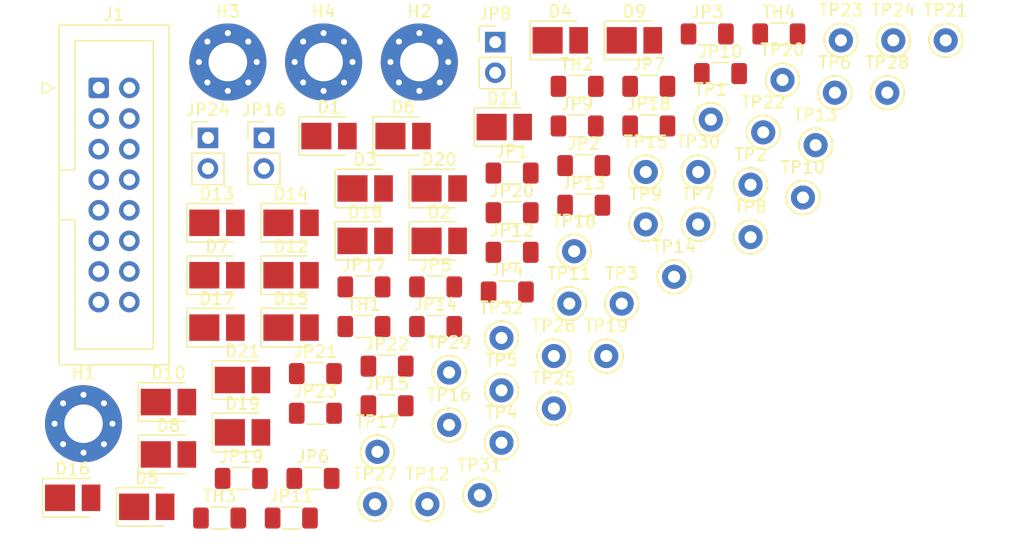
<source format=kicad_pcb>
(kicad_pcb (version 20211014) (generator pcbnew)
  (layers (0 "F.Cu" signal) (31 "B.Cu" signal) (34 "B.Paste" user) (35 "F.Paste" user) (36 "B.SilkS" user "B.Silkscreen") (37 "F.SilkS" user "F.Silkscreen") (38 "B.Mask" user) (39 "F.Mask" user) (44 "Edge.Cuts" user))
  (net 0 "")
  (net 1 "Net-(D1-Pad1)")
  (net 2 "VCC-LED1")
  (net 3 "Net-(D2-Pad1)")
  (net 4 "Net-(D3-Pad1)")
  (net 5 "Net-(D4-Pad1)")
  (net 6 "Net-(D5-Pad1)")
  (net 7 "Net-(D6-Pad1)")
  (net 8 "Net-(D7-Pad1)")
  (net 9 "Net-(D8-Pad1)")
  (net 10 "VCC-LED2")
  (net 11 "Net-(D10-Pad2)")
  (net 12 "Net-(D10-Pad1)")
  (net 13 "Net-(D11-Pad1)")
  (net 14 "Net-(D12-Pad1)")
  (net 15 "Net-(D13-Pad1)")
  (net 16 "Net-(D14-Pad1)")
  (net 17 "Net-(D15-Pad1)")
  (net 18 "VCC-LED3")
  (net 19 "Net-(D16-Pad1)")
  (net 20 "Net-(D17-Pad1)")
  (net 21 "Net-(D18-Pad1)")
  (net 22 "Net-(D19-Pad1)")
  (net 23 "Net-(D20-Pad1)")
  (net 24 "Net-(D21-Pad1)")
  (net 25 "GND")
  (net 26 "GND-LED1")
  (net 27 "T1-Out")
  (net 28 "T1-In")
  (net 29 "T2-Out")
  (net 30 "T2-In")
  (net 31 "GND-LED2")
  (net 32 "T3-Out")
  (net 33 "T3-In")
  (net 34 "T4-Out")
  (net 35 "T4-In")
  (net 36 "GND-LED3")
  (footprint "MountingHole:MountingHole_3.2mm_M3_Pad_Via" (layer "F.Cu") (at 43.43 22.615)
    (fp_text reference "H4" (at 0 -4.2) (layer "F.SilkS"))
    (fp_text value "MountingHole_Pad")
    (pad "1" thru_hole circle (at 0 2.4) (size 0.8 0.8) (drill 0.5) (layers *.Cu *.Mask) (net 25 "GND"))
    (pad "1" thru_hole circle (at 1.697056 -1.697056) (size 0.8 0.8) (drill 0.5) (layers *.Cu *.Mask) (net 25 "GND"))
    (pad "1" thru_hole circle (at -1.697056 -1.697056) (size 0.8 0.8) (drill 0.5) (layers *.Cu *.Mask) (net 25 "GND"))
    (pad "1" thru_hole circle (at -1.697056 1.697056) (size 0.8 0.8) (drill 0.5) (layers *.Cu *.Mask) (net 25 "GND"))
    (pad "1" thru_hole circle (at -2.4 0) (size 0.8 0.8) (drill 0.5) (layers *.Cu *.Mask) (net 25 "GND"))
    (pad "1" thru_hole circle (at 1.697056 1.697056) (size 0.8 0.8) (drill 0.5) (layers *.Cu *.Mask) (net 25 "GND"))
    (pad "1" thru_hole circle (at 0 0) (size 6.4 6.4) (drill 3.2) (layers *.Cu *.Mask) (net 25 "GND"))
    (pad "1" thru_hole circle (at 0 -2.4) (size 0.8 0.8) (drill 0.5) (layers *.Cu *.Mask) (net 25 "GND"))
    (pad "1" thru_hole circle (at 2.4 0) (size 0.8 0.8) (drill 0.5) (layers *.Cu *.Mask) (net 25 "GND"))
  )
  (footprint "TestPoint:TestPoint_Keystone_5000-5004_Miniature" (layer "F.Cu") (at 68.18 42.675)
    (fp_text reference "TP3" (at 0 -2.5) (layer "F.SilkS"))
    (fp_text value "-LED2/+LED3")
    (pad "1" thru_hole circle (at 0 0) (size 2 2) (drill 1) (layers *.Cu *.Mask) (net 3 "Net-(D2-Pad1)"))
  )
  (footprint "TestPoint:TestPoint_Keystone_5000-5004_Miniature" (layer "F.Cu") (at 58.2 49.875)
    (fp_text reference "TP5" (at 0 -2.5) (layer "F.SilkS"))
    (fp_text value "-LED4/+LED5")
    (pad "1" thru_hole circle (at 0 0) (size 2 2) (drill 1) (layers *.Cu *.Mask) (net 5 "Net-(D4-Pad1)"))
  )
  (footprint "Resistor_SMD:R_1206_3216Metric_Pad1.30x1.75mm_HandSolder" (layer "F.Cu") (at 65.03 34.505)
    (fp_text reference "JP13" (at 0 -1.82) (layer "F.SilkS"))
    (fp_text value "Jumper_2_Open")
    (pad "1" smd roundrect (at -1.55 0) (size 1.3 1.75) (layers "F.Cu" "F.Paste" "F.Mask") (roundrect_rratio 0.192308) (net 26 "GND-LED1"))
    (pad "2" smd roundrect (at 1.55 0) (size 1.3 1.75) (layers "F.Cu" "F.Paste" "F.Mask") (roundrect_rratio 0.192308) (net 13 "Net-(D11-Pad1)"))
  )
  (footprint "TestPoint:TestPoint_Keystone_5000-5004_Miniature" (layer "F.Cu") (at 78.88 37.155)
    (fp_text reference "TP8" (at 0 -2.5) (layer "F.SilkS"))
    (fp_text value "-LED7")
    (pad "1" thru_hole circle (at 0 0) (size 2 2) (drill 1) (layers *.Cu *.Mask) (net 8 "Net-(D7-Pad1)"))
  )
  (footprint "LED_SMD:LED_PLCC_2835_Handsoldering" (layer "F.Cu") (at 36.7 49.015)
    (fp_text reference "D21" (at 0 -2.4) (layer "F.SilkS"))
    (fp_text value "UV LED")
    (pad "1" smd rect (at -1.05 0) (size 2.5 2.2) (layers "F.Cu" "F.Paste" "F.Mask") (net 24 "Net-(D21-Pad1)"))
    (pad "2" smd rect (at 1.525 0) (size 1.55 2.2) (layers "F.Cu" "F.Paste" "F.Mask") (net 23 "Net-(D20-Pad1)"))
  )
  (footprint "TestPoint:TestPoint_Keystone_5000-5004_Miniature" (layer "F.Cu") (at 74.53 36.095)
    (fp_text reference "TP7" (at 0 -2.5) (layer "F.SilkS"))
    (fp_text value "-LED6/+LED7")
    (pad "1" thru_hole circle (at 0 0) (size 2 2) (drill 1) (layers *.Cu *.Mask) (net 7 "Net-(D6-Pad1)"))
  )
  (footprint "TestPoint:TestPoint_Keystone_5000-5004_Miniature" (layer "F.Cu") (at 95.08 20.815)
    (fp_text reference "TP21" (at 0 -2.5) (layer "F.SilkS"))
    (fp_text value "-LED18/+LED19")
    (pad "1" thru_hole circle (at 0 0) (size 2 2) (drill 1) (layers *.Cu *.Mask) (net 21 "Net-(D18-Pad1)"))
  )
  (footprint "LED_SMD:LED_PLCC_2835_Handsoldering" (layer "F.Cu") (at 40.73 40.315)
    (fp_text reference "D12" (at 0 -2.4) (layer "F.SilkS"))
    (fp_text value "UV LED")
    (pad "1" smd rect (at -1.05 0) (size 2.5 2.2) (layers "F.Cu" "F.Paste" "F.Mask") (net 14 "Net-(D12-Pad1)"))
    (pad "2" smd rect (at 1.525 0) (size 1.55 2.2) (layers "F.Cu" "F.Paste" "F.Mask") (net 13 "Net-(D11-Pad1)"))
  )
  (footprint "MountingHole:MountingHole_3.2mm_M3_Pad_Via" (layer "F.Cu") (at 23.5 52.645)
    (fp_text reference "H1" (at 0 -4.2) (layer "F.SilkS"))
    (fp_text value "MountingHole_Pad")
    (pad "1" thru_hole circle (at 0 -2.4) (size 0.8 0.8) (drill 0.5) (layers *.Cu *.Mask) (net 25 "GND"))
    (pad "1" thru_hole circle (at -2.4 0) (size 0.8 0.8) (drill 0.5) (layers *.Cu *.Mask) (net 25 "GND"))
    (pad "1" thru_hole circle (at 2.4 0) (size 0.8 0.8) (drill 0.5) (layers *.Cu *.Mask) (net 25 "GND"))
    (pad "1" thru_hole circle (at -1.697056 1.697056) (size 0.8 0.8) (drill 0.5) (layers *.Cu *.Mask) (net 25 "GND"))
    (pad "1" thru_hole circle (at 0 0) (size 6.4 6.4) (drill 3.2) (layers *.Cu *.Mask) (net 25 "GND"))
    (pad "1" thru_hole circle (at -1.697056 -1.697056) (size 0.8 0.8) (drill 0.5) (layers *.Cu *.Mask) (net 25 "GND"))
    (pad "1" thru_hole circle (at 1.697056 -1.697056) (size 0.8 0.8) (drill 0.5) (layers *.Cu *.Mask) (net 25 "GND"))
    (pad "1" thru_hole circle (at 0 2.4) (size 0.8 0.8) (drill 0.5) (layers *.Cu *.Mask) (net 25 "GND"))
    (pad "1" thru_hole circle (at 1.697056 1.697056) (size 0.8 0.8) (drill 0.5) (layers *.Cu *.Mask) (net 25 "GND"))
  )
  (footprint "LED_SMD:LED_PLCC_2835_Handsoldering" (layer "F.Cu") (at 69.23 20.815)
    (fp_text reference "D9" (at 0 -2.4) (layer "F.SilkS"))
    (fp_text value "UV LED")
    (pad "1" smd rect (at -1.05 0) (size 2.5 2.2) (layers "F.Cu" "F.Paste" "F.Mask") (net 11 "Net-(D10-Pad2)"))
    (pad "2" smd rect (at 1.525 0) (size 1.55 2.2) (layers "F.Cu" "F.Paste" "F.Mask") (net 9 "Net-(D8-Pad1)"))
  )
  (footprint "TestPoint:TestPoint_Keystone_5000-5004_Miniature" (layer "F.Cu") (at 85.88 25.165)
    (fp_text reference "TP6" (at 0 -2.5) (layer "F.SilkS"))
    (fp_text value "-LED5/+LED6")
    (pad "1" thru_hole circle (at 0 0) (size 2 2) (drill 1) (layers *.Cu *.Mask) (net 6 "Net-(D5-Pad1)"))
  )
  (footprint "Connector_IDC:IDC-Header_2x08_P2.54mm_Vertical" (layer "F.Cu") (at 24.765 24.765)
    (fp_text reference "J1" (at 1.27 -6.1) (layer "F.SilkS"))
    (fp_text value "Conn_02x08_Odd_Even")
    (pad "1" thru_hole roundrect (at 0 0) (size 1.7 1.7) (drill 1) (layers *.Cu *.Mask) (roundrect_rratio 0.147059) (net 26 "GND-LED1"))
    (pad "2" thru_hole circle (at 2.54 0) (size 1.7 1.7) (drill 1) (layers *.Cu *.Mask) (net 2 "VCC-LED1"))
    (pad "3" thru_hole circle (at 0 2.54) (size 1.7 1.7) (drill 1) (layers *.Cu *.Mask) (net 27 "T1-Out"))
    (pad "4" thru_hole circle (at 2.54 2.54) (size 1.7 1.7) (drill 1) (layers *.Cu *.Mask) (net 28 "T1-In"))
    (pad "5" thru_hole circle (at 0 5.08) (size 1.7 1.7) (drill 1) (layers *.Cu *.Mask) (net 29 "T2-Out"))
    (pad "6" thru_hole circle (at 2.54 5.08) (size 1.7 1.7) (drill 1) (layers *.Cu *.Mask) (net 30 "T2-In"))
    (pad "7" thru_hole circle (at 0 7.62) (size 1.7 1.7) (drill 1) (layers *.Cu *.Mask) (net 31 "GND-LED2"))
    (pad "8" thru_hole circle (at 2.54 7.62) (size 1.7 1.7) (drill 1) (layers *.Cu *.Mask) (net 10 "VCC-LED2"))
    (pad "9" thru_hole circle (at 0 10.16) (size 1.7 1.7) (drill 1) (layers *.Cu *.Mask) (net 32 "T3-Out"))
    (pad "10" thru_hole circle (at 2.54 10.16) (size 1.7 1.7) (drill 1) (layers *.Cu *.Mask) (net 33 "T3-In"))
    (pad "11" thru_hole circle (at 0 12.7) (size 1.7 1.7) (drill 1) (layers *.Cu *.Mask) (net 34 "T4-Out"))
    (pad "12" thru_hole circle (at 2.54 12.7) (size 1.7 1.7) (drill 1) (layers *.Cu *.Mask) (net 35 "T4-In"))
    (pad "13" thru_hole circle (at 0 15.24) (size 1.7 1.7) (drill 1) (layers *.Cu *.Mask) (net 36 "GND-LED3"))
    (pad "14" thru_hole circle (at 2.54 15.24) (size 1.7 1.7) (drill 1) (layers *.Cu *.Mask) (net 18 "VCC-LED3"))
    (pad "15" thru_hole circle (at 0 17.78) (size 1.7 1.7) (drill 1) (layers *.Cu *.Mask))
    (pad "16" thru_hole circle (at 2.54 17.78) (size 1.7 1.7) (drill 1) (layers *.Cu *.Mask))
  )
  (footprint "TestPoint:TestPoint_Keystone_5000-5004_Miniature" (layer "F.Cu") (at 81.53 24.105)
    (fp_text reference "TP20" (at 0 -2.5) (layer "F.SilkS"))
    (fp_text value "-LED17/+LED18")
    (pad "1" thru_hole circle (at 0 0) (size 2 2) (drill 1) (layers *.Cu *.Mask) (net 20 "Net-(D17-Pad1)"))
  )
  (footprint "Resistor_SMD:R_1206_3216Metric_Pad1.30x1.75mm_HandSolder" (layer "F.Cu") (at 64.48 24.635)
    (fp_text reference "TH2" (at 0 -1.82) (layer "F.SilkS"))
    (fp_text value "10K")
    (pad "1" smd roundrect (at -1.55 0) (size 1.3 1.75) (layers "F.Cu" "F.Paste" "F.Mask") (roundrect_rratio 0.192308) (net 30 "T2-In"))
    (pad "2" smd roundrect (at 1.55 0) (size 1.3 1.75) (layers "F.Cu" "F.Paste" "F.Mask") (roundrect_rratio 0.192308) (net 29 "T2-Out"))
  )
  (footprint "Resistor_SMD:R_1206_3216Metric_Pad1.30x1.75mm_HandSolder" (layer "F.Cu") (at 64.48 27.925)
    (fp_text reference "JP9" (at 0 -1.82) (layer "F.SilkS"))
    (fp_text value "Jumper_2_Open")
    (pad "1" smd roundrect (at -1.55 0) (size 1.3 1.75) (layers "F.Cu" "F.Paste" "F.Mask") (roundrect_rratio 0.192308) (net 26 "GND-LED1"))
    (pad "2" smd roundrect (at 1.55 0) (size 1.3 1.75) (layers "F.Cu" "F.Paste" "F.Mask") (roundrect_rratio 0.192308) (net 10 "VCC-LED2"))
  )
  (footprint "Resistor_SMD:R_1206_3216Metric_Pad1.30x1.75mm_HandSolder" (layer "F.Cu") (at 42.55 57.185)
    (fp_text reference "JP6" (at 0 -1.82) (layer "F.SilkS"))
    (fp_text value "Jumper_2_Open")
    (pad "1" smd roundrect (at -1.55 0) (size 1.3 1.75) (layers "F.Cu" "F.Paste" "F.Mask") (roundrect_rratio 0.192308) (net 26 "GND-LED1"))
    (pad "2" smd roundrect (at 1.55 0) (size 1.3 1.75) (layers "F.Cu" "F.Paste" "F.Mask") (roundrect_rratio 0.192308) (net 6 "Net-(D5-Pad1)"))
  )
  (footprint "Resistor_SMD:R_1206_3216Metric_Pad1.30x1.75mm_HandSolder" (layer "F.Cu") (at 58.68 41.705)
    (fp_text reference "JP4" (at 0 -1.82) (layer "F.SilkS"))
    (fp_text value "Jumper_2_Open")
    (pad "1" smd roundrect (at -1.55 0) (size 1.3 1.75) (layers "F.Cu" "F.Paste" "F.Mask") (roundrect_rratio 0.192308) (net 26 "GND-LED1"))
    (pad "2" smd roundrect (at 1.55 0) (size 1.3 1.75) (layers "F.Cu" "F.Paste" "F.Mask") (roundrect_rratio 0.192308) (net 4 "Net-(D3-Pad1)"))
  )
  (footprint "TestPoint:TestPoint_Keystone_5000-5004_Miniature" (layer "F.Cu") (at 86.38 20.815)
    (fp_text reference "TP23" (at 0 -2.5) (layer "F.SilkS"))
    (fp_text value "-LED20/+LED21")
    (pad "1" thru_hole circle (at 0 0) (size 2 2) (drill 1) (layers *.Cu *.Mask) (net 23 "Net-(D20-Pad1)"))
  )
  (footprint "LED_SMD:LED_PLCC_2835_Handsoldering" (layer "F.Cu") (at 40.73 35.965)
    (fp_text reference "D14" (at 0 -2.4) (layer "F.SilkS"))
    (fp_text value "UV LED")
    (pad "1" smd rect (at -1.05 0) (size 2.5 2.2) (layers "F.Cu" "F.Paste" "F.Mask") (net 16 "Net-(D14-Pad1)"))
    (pad "2" smd rect (at 1.525 0) (size 1.55 2.2) (layers "F.Cu" "F.Paste" "F.Mask") (net 15 "Net-(D13-Pad1)"))
  )
  (footprint "TestPoint:TestPoint_Keystone_5000-5004_Miniature" (layer "F.Cu") (at 58.2 54.225)
    (fp_text reference "TP4" (at 0 -2.5) (layer "F.SilkS"))
    (fp_text value "-LED3/+LED4")
    (pad "1" thru_hole circle (at 0 0) (size 2 2) (drill 1) (layers *.Cu *.Mask) (net 4 "Net-(D3-Pad1)"))
  )
  (footprint "LED_SMD:LED_PLCC_2835_Handsoldering" (layer "F.Cu") (at 46.88 33.115)
    (fp_text reference "D3" (at 0 -2.4) (layer "F.SilkS"))
    (fp_text value "UV LED")
    (pad "1" smd rect (at -1.05 0) (size 2.5 2.2) (layers "F.Cu" "F.Paste" "F.Mask") (net 4 "Net-(D3-Pad1)"))
    (pad "2" smd rect (at 1.525 0) (size 1.55 2.2) (layers "F.Cu" "F.Paste" "F.Mask") (net 3 "Net-(D2-Pad1)"))
  )
  (footprint "LED_SMD:LED_PLCC_2835_Handsoldering" (layer "F.Cu") (at 22.6 58.795)
    (fp_text reference "D16" (at 0 -2.4) (layer "F.SilkS"))
    (fp_text value "UV LED")
    (pad "1" smd rect (at -1.05 0) (size 2.5 2.2) (layers "F.Cu" "F.Paste" "F.Mask") (net 19 "Net-(D16-Pad1)"))
    (pad "2" smd rect (at 1.525 0) (size 1.55 2.2) (layers "F.Cu" "F.Paste" "F.Mask") (net 17 "Net-(D15-Pad1)"))
  )
  (footprint "LED_SMD:LED_PLCC_2835_Handsoldering" (layer "F.Cu") (at 53.03 33.115)
    (fp_text reference "D20" (at 0 -2.4) (layer "F.SilkS"))
    (fp_text value "UV LED")
    (pad "1" smd rect (at -1.05 0) (size 2.5 2.2) (layers "F.Cu" "F.Paste" "F.Mask") (net 23 "Net-(D20-Pad1)"))
    (pad "2" smd rect (at 1.525 0) (size 1.55 2.2) (layers "F.Cu" "F.Paste" "F.Mask") (net 22 "Net-(D19-Pad1)"))
  )
  (footprint "TestPoint:TestPoint_Keystone_5000-5004_Miniature" (layer "F.Cu") (at 78.88 32.805)
    (fp_text reference "TP2" (at 0 -2.5) (layer "F.SilkS"))
    (fp_text value "-LED1/+LED2")
    (pad "1" thru_hole circle (at 0 0) (size 2 2) (drill 1) (layers *.Cu *.Mask) (net 1 "Net-(D1-Pad1)"))
  )
  (footprint "Resistor_SMD:R_1206_3216Metric_Pad1.30x1.75mm_HandSolder" (layer "F.Cu") (at 76.38 23.575)
    (fp_text reference "JP10" (at 0 -1.82) (layer "F.SilkS"))
    (fp_text value "Jumper_2_Open")
    (pad "1" smd roundrect (at -1.55 0) (size 1.3 1.75) (layers "F.Cu" "F.Paste" "F.Mask") (roundrect_rratio 0.192308) (net 26 "GND-LED1"))
    (pad "2" smd roundrect (at 1.55 0) (size 1.3 1.75) (layers "F.Cu" "F.Paste" "F.Mask") (roundrect_rratio 0.192308) (net 9 "Net-(D8-Pad1)"))
  )
  (footprint "LED_SMD:LED_PLCC_2835_Handsoldering" (layer "F.Cu") (at 53.03 37.465)
    (fp_text reference "D2" (at 0 -2.4) (layer "F.SilkS"))
    (fp_text value "UV LED")
    (pad "1" smd rect (at -1.05 0) (size 2.5 2.2) (layers "F.Cu" "F.Paste" "F.Mask") (net 3 "Net-(D2-Pad1)"))
    (pad "2" smd rect (at 1.525 0) (size 1.55 2.2) (layers "F.Cu" "F.Paste" "F.Mask") (net 1 "Net-(D1-Pad1)"))
  )
  (footprint "Resistor_SMD:R_1206_3216Metric_Pad1.30x1.75mm_HandSolder" (layer "F.Cu") (at 42.75 51.775)
    (fp_text reference "JP23" (at 0 -1.82) (layer "F.SilkS"))
    (fp_text value "Jumper_2_Open")
    (pad "1" smd roundrect (at -1.55 0) (size 1.3 1.75) (layers "F.Cu" "F.Paste" "F.Mask") (roundrect_rratio 0.192308) (net 26 "GND-LED1"))
    (pad "2" smd roundrect (at 1.55 0) (size 1.3 1.75) (layers "F.Cu" "F.Paste" "F.Mask") (roundrect_rratio 0.192308) (net 23 "Net-(D20-Pad1)"))
  )
  (footprint "TestPoint:TestPoint_Keystone_5000-5004_Miniature" (layer "F.Cu") (at 79.93 28.455)
    (fp_text reference "TP22" (at 0 -2.5) (layer "F.SilkS"))
    (fp_text value "-LED19/+LED20")
    (pad "1" thru_hole circle (at 0 0) (size 2 2) (drill 1) (layers *.Cu *.Mask) (net 22 "Net-(D19-Pad1)"))
  )
  (footprint "TestPoint:TestPoint_Keystone_5000-5004_Miniature" (layer "F.Cu") (at 62.55 47.025)
    (fp_text reference "TP26" (at 0 -2.5) (layer "F.SilkS"))
    (fp_text value "T1-Out")
    (pad "1" thru_hole circle (at 0 0) (size 2 2) (drill 1) (layers *.Cu *.Mask) (net 27 "T1-Out"))
  )
  (footprint "Resistor_SMD:R_1206_3216Metric_Pad1.30x1.75mm_HandSolder" (layer "F.Cu") (at 75.28 20.285)
    (fp_text reference "JP3" (at 0 -1.82) (layer "F.SilkS"))
    (fp_text value "Jumper_2_Open")
    (pad "1" smd roundrect (at -1.55 0) (size 1.3 1.75) (layers "F.Cu" "F.Paste" "F.Mask") (roundrect_rratio 0.192308) (net 26 "GND-LED1"))
    (pad "2" smd roundrect (at 1.55 0) (size 1.3 1.75) (layers "F.Cu" "F.Paste" "F.Mask") (roundrect_rratio 0.192308) (net 3 "Net-(D2-Pad1)"))
  )
  (footprint "Resistor_SMD:R_1206_3216Metric_Pad1.30x1.75mm_HandSolder" (layer "F.Cu") (at 59.08 31.835)
    (fp_text reference "JP1" (at 0 -1.82) (layer "F.SilkS"))
    (fp_text value "Jumper_2_Open")
    (pad "1" smd roundrect (at -1.55 0) (size 1.3 1.75) (layers "F.Cu" "F.Paste" "F.Mask") (roundrect_rratio 0.192308) (net 26 "GND-LED1"))
    (pad "2" smd roundrect (at 1.55 0) (size 1.3 1.75) (layers "F.Cu" "F.Paste" "F.Mask") (roundrect_rratio 0.192308) (net 2 "VCC-LED1"))
  )
  (footprint "TestPoint:TestPoint_Keystone_5000-5004_Miniature" (layer "F.Cu") (at 62.55 51.375)
    (fp_text reference "TP25" (at 0 -2.5) (layer "F.SilkS"))
    (fp_text value "T1-In")
    (pad "1" thru_hole circle (at 0 0) (size 2 2) (drill 1) (layers *.Cu *.Mask) (net 28 "T1-In"))
  )
  (footprint "TestPoint:TestPoint_Keystone_5000-5004_Miniature" (layer "F.Cu") (at 63.83 42.675)
    (fp_text reference "TP11" (at 0 -2.5) (layer "F.SilkS"))
    (fp_text value "-LED9/+LED10")
    (pad "1" thru_hole circle (at 0 0) (size 2 2) (drill 1) (layers *.Cu *.Mask) (net 11 "Net-(D10-Pad2)"))
  )
  (footprint "TestPoint:TestPoint_Keystone_5000-5004_Miniature" (layer "F.Cu") (at 53.85 48.395)
    (fp_text reference "TP29" (at 0 -2.5) (layer "F.SilkS"))
    (fp_text value "T2-In")
    (pad "1" thru_hole circle (at 0 0) (size 2 2) (drill 1) (layers *.Cu *.Mask) (net 30 "T2-In"))
  )
  (footprint "TestPoint:TestPoint_Keystone_5000-5004_Miniature" (layer "F.Cu") (at 66.9 47.025)
    (fp_text reference "TP19" (at 0 -2.5) (layer "F.SilkS"))
    (fp_text value "-LED16/+LED17")
    (pad "1" thru_hole circle (at 0 0) (size 2 2) (drill 1) (layers *.Cu *.Mask) (net 19 "Net-(D16-Pad1)"))
  )
  (footprint "Resistor_SMD:R_1206_3216Metric_Pad1.30x1.75mm_HandSolder" (layer "F.Cu") (at 81.23 20.285)
    (fp_text reference "TH4" (at 0 -1.82) (layer "F.SilkS"))
    (fp_text value "10K")
    (pad "1" smd roundrect (at -1.55 0) (size 1.3 1.75) (layers "F.Cu" "F.Paste" "F.Mask") (roundrect_rratio 0.192308) (net 35 "T4-In"))
    (pad "2" smd roundrect (at 1.55 0) (size 1.3 1.75) (layers "F.Cu" "F.Paste" "F.Mask") (roundrect_rratio 0.192308) (net 34 "T4-Out"))
  )
  (footprint "Resistor_SMD:R_1206_3216Metric_Pad1.30x1.75mm_HandSolder" (layer "F.Cu") (at 65.03 31.215)
    (fp_text reference "JP2" (at 0 -1.82) (layer "F.SilkS"))
    (fp_text value "Jumper_2_Open")
    (pad "1" smd roundrect (at -1.55 0) (size 1.3 1.75) (layers "F.Cu" "F.Paste" "F.Mask") (roundrect_rratio 0.192308) (net 26 "GND-LED1"))
    (pad "2" smd roundrect (at 1.55 0) (size 1.3 1.75) (layers "F.Cu" "F.Paste" "F.Mask") (roundrect_rratio 0.192308) (net 1 "Net-(D1-Pad1)"))
  )
  (footprint "Resistor_SMD:R_1206_3216Metric_Pad1.30x1.75mm_HandSolder" (layer "F.Cu") (at 40.75 60.475)
    (fp_text reference "JP11" (at 0 -1.82) (layer "F.SilkS"))
    (fp_text value "Jumper_2_Open")
    (pad "1" smd roundrect (at -1.55 0) (size 1.3 1.75) (layers "F.Cu" "F.Paste" "F.Mask") (roundrect_rratio 0.192308) (net 26 "GND-LED1"))
    (pad "2" smd roundrect (at 1.55 0) (size 1.3 1.75) (layers "F.Cu" "F.Paste" "F.Mask") (roundrect_rratio 0.192308) (net 11 "Net-(D10-Pad2)"))
  )
  (footprint "LED_SMD:LED_PLCC_2835_Handsoldering" (layer "F.Cu") (at 63.08 20.815)
    (fp_text reference "D4" (at 0 -2.4) (layer "F.SilkS"))
    (fp_text value "UV LED")
    (pad "1" smd rect (at -1.05 0) (size 2.5 2.2) (layers "F.Cu" "F.Paste" "F.Mask") (net 5 "Net-(D4-Pad1)"))
    (pad "2" smd rect (at 1.525 0) (size 1.55 2.2) (layers "F.Cu" "F.Paste" "F.Mask") (net 4 "Net-(D3-Pad1)"))
  )
  (footprint "LED_SMD:LED_PLCC_2835_Handsoldering" (layer "F.Cu") (at 50.03 28.765)
    (fp_text reference "D6" (at 0 -2.4) (layer "F.SilkS"))
    (fp_text value "UV LED")
    (pad "1" smd rect (at -1.05 0) (size 2.5 2.2) (layers "F.Cu" "F.Paste" "F.Mask") (net 7 "Net-(D6-Pad1)"))
    (pad "2" smd rect (at 1.525 0) (size 1.55 2.2) (layers "F.Cu" "F.Paste" "F.Mask") (net 6 "Net-(D5-Pad1)"))
  )
  (footprint "Resistor_SMD:R_1206_3216Metric_Pad1.30x1.75mm_HandSolder" (layer "F.Cu") (at 46.78 41.285)
    (fp_text reference "JP17" (at 0 -1.82) (layer "F.SilkS"))
    (fp_text value "Jumper_2_Open")
    (pad "1" smd roundrect (at -1.55 0) (size 1.3 1.75) (layers "F.Cu" "F.Paste" "F.Mask") (roundrect_rratio 0.192308) (net 26 "GND-LED1"))
    (pad "2" smd roundrect (at 1.55 0) (size 1.3 1.75) (layers "F.Cu" "F.Paste" "F.Mask") (roundrect_rratio 0.192308) (net 18 "VCC-LED3"))
  )
  (footprint "LED_SMD:LED_PLCC_2835_Handsoldering" (layer "F.Cu") (at 28.75 59.545)
    (fp_text reference "D5" (at 0 -2.4) (layer "F.SilkS"))
    (fp_text value "UV LED")
    (pad "1" smd rect (at -1.05 0) (size 2.5 2.2) (layers "F.Cu" "F.Paste" "F.Mask") (net 6 "Net-(D5-Pad1)"))
    (pad "2" smd rect (at 1.525 0) (size 1.55 2.2) (layers "F.Cu" "F.Paste" "F.Mask") (net 5 "Net-(D4-Pad1)"))
  )
  (footprint "LED_SMD:LED_PLCC_2835_Handsoldering" (layer "F.Cu") (at 58.43 28.015)
    (fp_text reference "D11" (at 0 -2.4) (layer "F.SilkS"))
    (fp_text value "UV LED")
    (pad "1" smd rect (at -1.05 0) (size 2.5 2.2) (layers "F.Cu" "F.Paste" "F.Mask") (net 13 "Net-(D11-Pad1)"))
    (pad "2" smd rect (at 1.525 0) (size 1.55 2.2) (layers "F.Cu" "F.Paste" "F.Mask") (net 12 "Net-(D10-Pad1)"))
  )
  (footprint "Resistor_SMD:R_1206_3216Metric_Pad1.30x1.75mm_HandSolder" (layer "F.Cu") (at 34.8 60.475)
    (fp_text reference "TH3" (at 0 -1.82) (layer "F.SilkS"))
    (fp_text value "10K")
    (pad "1" smd roundrect (at -1.55 0) (size 1.3 1.75) (layers "F.Cu" "F.Paste" "F.Mask") (roundrect_rratio 0.192308) (net 33 "T3-In"))
    (pad "2" smd roundrect (at 1.55 0) (size 1.3 1.75) (layers "F.Cu" "F.Paste" "F.Mask") (roundrect_rratio 0.192308) (net 32 "T3-Out"))
  )
  (footprint "LED_SMD:LED_PLCC_2835_Handsoldering" (layer "F.Cu") (at 30.55 50.845)
    (fp_text reference "D10" (at 0 -2.4) (layer "F.SilkS"))
    (fp_text value "UV LED")
    (pad "1" smd rect (at -1.05 0) (size 2.5 2.2) (layers "F.Cu" "F.Paste" "F.Mask") (net 12 "Net-(D10-Pad1)"))
    (pad "2" smd rect (at 1.525 0) (size 1.55 2.2) (layers "F.Cu" "F.Paste" "F.Mask") (net 11 "Net-(D10-Pad2)"))
  )
  (footprint "LED_SMD:LED_PLCC_2835_Handsoldering" (layer "F.Cu") (at 43.88 28.765)
    (fp_text reference "D1" (at 0 -2.4) (layer "F.SilkS"))
    (fp_text value "UV LED")
    (pad "1" smd rect (at -1.05 0) (size 2.5 2.2) (layers "F.Cu" "F.Paste" "F.Mask") (net 1 "Net-(D1-Pad1)"))
    (pad "2" smd rect (at 1.525 0) (size 1.55 2.2) (layers "F.Cu" "F.Paste" "F.Mask") (net 2 "VCC-LED1"))
  )
  (footprint "Connector_PinHeader_2.54mm:PinHeader_1x02_P2.54mm_Vertical" (layer "F.Cu") (at 57.68 20.965)
    (fp_text reference "JP8" (at 0 -2.33) (layer "F.SilkS"))
    (fp_text value "Jumper_2_Open")
    (pad "1" thru_hole rect (at 0 0) (size 1.7 1.7) (drill 1) (layers *.Cu *.Mask) (net 26 "GND-LED1"))
    (pad "2" thru_hole oval (at 0 2.54) (size 1.7 1.7) (drill 1) (layers *.Cu *.Mask) (net 8 "Net-(D7-Pad1)"))
  )
  (footprint "Resistor_SMD:R_1206_3216Metric_Pad1.30x1.75mm_HandSolder" (layer "F.Cu") (at 42.75 48.485)
    (fp_text reference "JP21" (at 0 -1.82) (layer "F.SilkS"))
    (fp_text value "Jumper_2_Open")
    (pad "1" smd roundrect (at -1.55 0) (size 1.3 1.75) (layers "F.Cu" "F.Paste" "F.Mask") (roundrect_rratio 0.192308) (net 26 "GND-LED1"))
    (pad "2" smd roundrect (at 1.55 0) (size 1.3 1.75) (layers "F.Cu" "F.Paste" "F.Mask") (roundrect_rratio 0.192308) (net 21 "Net-(D18-Pad1)"))
  )
  (footprint "Resistor_SMD:R_1206_3216Metric_Pad1.30x1.75mm_HandSolder" (layer "F.Cu") (at 36.6 57.185)
    (fp_text reference "JP19" (at 0 -1.82) (layer "F.SilkS"))
    (fp_text value "Jumper_2_Open")
    (pad "1" smd roundrect (at -1.55 0) (size 1.3 1.75) (layers "F.Cu" "F.Paste" "F.Mask") (roundrect_rratio 0.192308) (net 26 "GND-LED1"))
    (pad "2" smd roundrect (at 1.55 0) (size 1.3 1.75) (layers "F.Cu" "F.Paste" "F.Mask") (roundrect_rratio 0.192308) (net 19 "Net-(D16-Pad1)"))
  )
  (footprint "TestPoint:TestPoint_Keystone_5000-5004_Miniature" (layer "F.Cu") (at 83.23 33.865)
    (fp_text reference "TP10" (at 0 -2.5) (layer "F.SilkS"))
    (fp_text value "-LED8/+LED9")
    (pad "1" thru_hole circle (at 0 0) (size 2 2) (drill 1) (layers *.Cu *.Mask) (net 9 "Net-(D8-Pad1)"))
  )
  (footprint "LED_SMD:LED_PLCC_2835_Handsoldering" (layer "F.Cu") (at 34.58 40.315)
    (fp_text reference "D7" (at 0 -2.4) (layer "F.SilkS"))
    (fp_text value "UV LED")
    (pad "1" smd rect (at -1.05 0) (size 2.5 2.2) (layers "F.Cu" "F.Paste" "F.Mask") (net 8 "Net-(D7-Pad1)"))
    (pad "2" smd rect (at 1.525 0) (size 1.55 2.2) (layers "F.Cu" "F.Paste" "F.Mask") (net 7 "Net-(D6-Pad1)"))
  )
  (footprint "MountingHole:MountingHole_3.2mm_M3_Pad_Via" (layer "F.Cu") (at 35.48 22.615)
    (fp_text reference "H3" (at 0 -4.2) (layer "F.SilkS"))
    (fp_text value "MountingHole_Pad")
    (pad "1" thru_hole circle (at 2.4 0) (size 0.8 0.8) (drill 0.5) (layers *.Cu *.Mask) (net 25 "GND"))
    (pad "1" thru_hole circle (at -1.697056 -1.697056) (size 0.8 0.8) (drill 0.5) (layers *.Cu *.Mask) (net 25 "GND"))
    (pad "1" thru_hole circle (at 0 -2.4) (size 0.8 0.8) (drill 0.5) (layers *.Cu *.Mask) (net 25 "GND"))
    (pad "1" thru_hole circle (at 0 0) (size 6.4 6.4) (drill 3.2) (layers *.Cu *.Mask) (net 25 "GND"))
    (pad "1" thru_hole circle (at -1.697056 1.697056) (size 0.8 0.8) (drill 0.5) (layers *.Cu *.Mask) (net 25 "GND"))
    (pad "1" thru_hole circle (at -2.4 0) (size 0.8 0.8) (drill 0.5) (layers *.Cu *.Mask) (net 25 "GND"))
    (pad "1" thru_hole circle (at 1.697056 -1.697056) (size 0.8 0.8) (drill 0.5) (layers *.Cu *.Mask) (net 25 "GND"))
    (pad "1" thru_hole circle (at 1.697056 1.697056) (size 0.8 0.8) (drill 0.5) (layers *.Cu *.Mask) (net 25 "GND"))
    (pad "1" thru_hole circle (at 0 2.4) (size 0.8 0.8) (drill 0.5) (layers *.Cu *.Mask) (net 25 "GND"))
  )
  (footprint "TestPoint:TestPoint_Keystone_5000-5004_Miniature" (layer "F.Cu") (at 75.58 27.395)
    (fp_text reference "TP1" (at 0 -2.5) (layer "F.SilkS"))
    (fp_text value "+LED1")
    (pad "1" thru_hole circle (at 0 0) (size 2 2) (drill 1) (layers *.Cu *.Mask) (net 2 "VCC-LED1"))
  )
  (footprint "Resistor_SMD:R_1206_3216Metric_Pad1.30x1.75mm_HandSolder" (layer "F.Cu") (at 70.43 24.635)
    (fp_text reference "JP7" (at 0 -1.82) (layer "F.SilkS"))
    (fp_text value "Jumper_2_Open")
    (pad "1" smd roundrect (at -1.55 0) (size 1.3 1.75) (layers "F.Cu" "F.Paste" "F.Mask") (roundrect_rratio 0.192308) (net 26 "GND-LED1"))
    (pad "2" smd roundrect (at 1.55 0) (size 1.3 1.75) (layers "F.Cu" "F.Paste" "F.Mask") (roundrect_rratio 0.192308) (net 7 "Net-(D6-Pad1)"))
  )
  (footprint "TestPoint:TestPoint_Keystone_5000-5004_Miniature" (layer "F.Cu") (at 47.7 59.325)
    (fp_text reference "TP27" (at 0 -2.5) (layer "F.SilkS"))
    (fp_text value "T3-In")
    (pad "1" thru_hole circle (at 0 0) (size 2 2) (drill 1) (layers *.Cu *.Mask) (net 33 "T3-In"))
  )
  (footprint "LED_SMD:LED_PLCC_2835_Handsoldering" (layer "F.Cu") (at 34.58 44.665)
    (fp_text reference "D17" (at 0 -2.4) (layer "F.SilkS"))
    (fp_text value "UV LED")
    (pad "1" smd rect (at -1.05 0) (size 2.5 2.2) (layers "F.Cu" "F.Paste" "F.Mask") (net 20 "Net-(D17-Pad1)"))
    (pad "2" smd rect (at 1.525 0) (size 1.55 2.2) (layers "F.Cu" "F.Paste" "F.Mask") (net 19 "Net-(D16-Pad1)"))
  )
  (footprint "TestPoint:TestPoint_Keystone_5000-5004_Miniature" (layer "F.Cu") (at 64.23 38.325)
    (fp_text reference "TP18" (at 0 -2.5) (layer "F.SilkS"))
    (fp_text value "-LED15/+LED16")
    (pad "1" thru_hole circle (at 0 0) (size 2 2) (drill 1) (layers *.Cu *.Mask) (net 17 "Net-(D15-Pad1)"))
  )
  (footprint "Resistor_SMD:R_1206_3216Metric_Pad1.30x1.75mm_HandSolder" (layer "F.Cu") (at 46.78 44.575)
    (fp_text reference "TH1" (at 0 -1.82) (layer "F.SilkS"))
    (fp_text value "10K")
    (pad "1" smd roundrect (at -1.55 0) (size 1.3 1.75) (layers "F.Cu" "F.Paste" "F.Mask") (roundrect_rratio 0.192308) (net 28 "T1-In"))
    (pad "2" smd roundrect (at 1.55 0) (size 1.3 1.75) (layers "F.Cu" "F.Paste" "F.Mask") (roundrect_rratio 0.192308) (net 27 "T1-Out"))
  )
  (footprint "TestPoint:TestPoint_Keystone_5000-5004_Miniature" (layer "F.Cu") (at 47.9 54.975)
    (fp_text reference "TP17" (at 0 -2.5) (layer "F.SilkS"))
    (fp_text value "+LED15")
    (pad "1" thru_hole circle (at 0 0) (size 2 2) (drill 1) (layers *.Cu *.Mask) (net 18 "VCC-LED3"))
  )
  (footprint "LED_SMD:LED_PLCC_2835_Handsoldering" (layer "F.Cu") (at 30.55 55.195)
    (fp_text reference "D8" (at 0 -2.4) (layer "F.SilkS"))
    (fp_text value "UV LED")
    (pad "1" smd rect (at -1.05 0) (size 2.5 2.2) (layers "F.Cu" "F.Paste" "F.Mask") (net 9 "Net-(D8-Pad1)"))
    (pad "2" smd rect (at 1.525 0) (size 1.55 2.2) (layers "F.Cu" "F.Paste" "F.Mask") (net 10 "VCC-LED2"))
  )
  (footprint "LED_SMD:LED_PLCC_2835_Handsoldering" (layer "F.Cu") (at 34.58 35.965)
    (fp_text reference "D13" (at 0 -2.4) (layer "F.SilkS"))
    (fp_text value "UV LED")
    (pad "1" smd rect (at -1.05 0) (size 2.5 2.2) (layers "F.Cu" "F.Paste" "F.Mask") (net 15 "Net-(D13-Pad1)"))
    (pad "2" smd rect (at 1.525 0) (size 1.55 2.2) (layers "F.Cu" "F.Paste" "F.Mask") (net 14 "Net-(D12-Pad1)"))
  )
  (footprint "TestPoint:TestPoint_Keystone_5000-5004_Miniature" (layer "F.Cu") (at 70.18 31.745)
    (fp_text reference "TP15" (at 0 -2.5) (layer "F.SilkS"))
    (fp_text value "-LED13/+LED14")
    (pad "1" thru_hole circle (at 0 0) (size 2 2) (drill 1) (layers *.Cu *.Mask) (net 15 "Net-(D13-Pad1)"))
  )
  (footprint "Connector_PinHeader_2.54mm:PinHeader_1x02_P2.54mm_Vertical" (layer "F.Cu") (at 33.83 28.915)
    (fp_text reference "JP24" (at 0 -2.33) (layer "F.SilkS"))
    (fp_text value "Jumper_2_Open")
    (pad "1" thru_hole rect (at 0 0) (size 1.7 1.7) (drill 1) (layers *.Cu *.Mask) (net 36 "GND-LED3"))
    (pad "2" thru_hole oval (at 0 2.54) (size 1.7 1.7) (drill 1) (layers *.Cu *.Mask) (net 24 "Net-(D21-Pad1)"))
  )
  (footprint "Resistor_SMD:R_1206_3216Metric_Pad1.30x1.75mm_HandSolder" (layer "F.Cu") (at 70.43 27.925)
    (fp_text reference "JP18" (at 0 -1.82) (layer "F.SilkS"))
    (fp_text value "Jumper_2_Open")
    (pad "1" smd roundrect (at -1.55 0) (size 1.3 1.75) (layers "F.Cu" "F.Paste" "F.Mask") (roundrect_rratio 0.192308) (net 26 "GND-LED1"))
    (pad "2" smd roundrect (at 1.55 0) (size 1.3 1.75) (layers "F.Cu" "F.Paste" "F.Mask") (roundrect_rratio 0.192308) (net 17 "Net-(D15-Pad1)"))
  )
  (footprint "TestPoint:TestPoint_Keystone_5000-5004_Miniature" (layer "F.Cu") (at 56.4 58.575)
    (fp_text reference "TP31" (at 0 -2.5) (layer "F.SilkS"))
    (fp_text value "T4-In")
    (pad "1" thru_hole circle (at 0 0) (size 2 2) (drill 1) (layers *.Cu *.Mask) (net 35 "T4-In"))
  )
  (footprint "Resistor_SMD:R_1206_3216Metric_Pad1.30x1.75mm_HandSolder" (layer "F.Cu") (at 59.08 38.415)
    (fp_text reference "JP12" (at 0 -1.82) (layer "F.SilkS"))
    (fp_text value "Jumper_2_Open")
    (pad "1" smd roundrect (at -1.55 0) (size 1.3 1.75) (layers "F.Cu" "F.Paste" "F.Mask") (roundrect_rratio 0.192308) (net 26 "GND-LED1"))
    (pad "2" smd roundrect (at 1.55 0) (size 1.3 1.75) (layers "F.Cu" "F.Paste" "F.Mask") (roundrect_rratio 0.192308) (net 12 "Net-(D10-Pad1)"))
  )
  (footprint "TestPoint:TestPoint_Keystone_5000-5004_Miniature" (layer "F.Cu") (at 74.53 31.745)
    (fp_text reference "TP30" (at 0 -2.5) (layer "F.SilkS"))
    (fp_text value "T2-Out")
    (pad "1" thru_hole circle (at 0 0) (size 2 2) (drill 1) (layers *.Cu *.Mask) (net 29 "T2-Out"))
  )
  (footprint "Resistor_SMD:R_1206_3216Metric_Pad1.30x1.75mm_HandSolder" (layer "F.Cu") (at 48.7 51.155)
    (fp_text reference "JP15" (at 0 -1.82) (layer "F.SilkS"))
    (fp_text value "Jumper_2_Open")
    (pad "1" smd roundrect (at -1.55 0) (size 1.3 1.75) (layers "F.Cu" "F.Paste" "F.Mask") (roundrect_rratio 0.192308) (net 26 "GND-LED1"))
    (pad "2" smd roundrect (at 1.55 0) (size 1.3 1.75) (layers "F.Cu" "F.Paste" "F.Mask") (roundrect_rratio 0.192308) (net 15 "Net-(D13-Pad1)"))
  )
  (footprint "LED_SMD:LED_PLCC_2835_Handsoldering" (layer "F.Cu") (at 36.7 53.365)
    (fp_text reference "D19" (at 0 -2.4) (layer "F.SilkS"))
    (fp_text value "UV LED")
    (pad "1" smd rect (at -1.05 0) (size 2.5 2.2) (layers "F.Cu" "F.Paste" "F.Mask") (net 22 "Net-(D19-Pad1)"))
    (pad "2" smd rect (at 1.525 0) (size 1.55 2.2) (layers "F.Cu" "F.Paste" "F.Mask") (net 21 "Net-(D18-Pad1)"))
  )
  (footprint "Connector_PinHeader_2.54mm:PinHeader_1x02_P2.54mm_Vertical" (layer "F.Cu") (at 38.48 28.915)
    (fp_text reference "JP16" (at 0 -2.33) (layer "F.SilkS"))
    (fp_text value "Jumper_2_Open")
    (pad "1" thru_hole rect (at 0 0) (size 1.7 1.7) (drill 1) (layers *.Cu *.Mask) (net 31 "GND-LED2"))
    (pad "2" thru_hole oval (at 0 2.54) (size 1.7 1.7) (drill 1) (layers *.Cu *.Mask) (net 16 "Net-(D14-Pad1)"))
  )
  (footprint "Resistor_SMD:R_1206_3216Metric_Pad1.30x1.75mm_HandSolder" (layer "F.Cu") (at 59.08 35.125)
    (fp_text reference "JP20" (at 0 -1.82) (layer "F.SilkS"))
    (fp_text value "Jumper_2_Open")
    (pad "1" smd roundrect (at -1.55 0) (size 1.3 1.75) (layers "F.Cu" "F.Paste" "F.Mask") (roundrect_rratio 0.192308) (net 26 "GND-LED1"))
    (pad "2" smd roundrect (at 1.55 0) (size 1.3 1.75) (layers "F.Cu" "F.Paste" "F.Mask") (roundrect_rratio 0.192308) (net 20 "Net-(D17-Pad1)"))
  )
  (footprint "Resistor_SMD:R_1206_3216Metric_Pad1.30x1.75mm_HandSolder" (layer "F.Cu") (at 52.73 41.285)
    (fp_text reference "JP5" (at 0 -1.82) (layer "F.SilkS"))
    (fp_text value "Jumper_2_Open")
    (pad "1" smd roundrect (at -1.55 0) (size 1.3 1.75) (layers "F.Cu" "F.Paste" "F.Mask") (roundrect_rratio 0.192308) (net 26 "GND-LED1"))
    (pad "2" smd roundrect (at 1.55 0) (size 1.3 1.75) (layers "F.Cu" "F.Paste" "F.Mask") (roundrect_rratio 0.192308) (net 5 "Net-(D4-Pad1)"))
  )
  (footprint "TestPoint:TestPoint_Keystone_5000-5004_Miniature" (layer "F.Cu") (at 84.28 29.515)
    (fp_text reference "TP13" (at 0 -2.5) (layer "F.SilkS"))
    (fp_text value "-LED11/+LED12")
    (pad "1" thru_hole circle (at 0 0) (size 2 2) (drill 1) (layers *.Cu *.Mask) (net 13 "Net-(D11-Pad1)"))
  )
  (footprint "Resistor_SMD:R_1206_3216Metric_Pad1.30x1.75mm_HandSolder" (layer "F.Cu") (at 48.7 47.865)
    (fp_text reference "JP22" (at 0 -1.82) (layer "F.SilkS"))
    (fp_text value "Jumper_2_Open")
    (pad "1" smd roundrect (at -1.55 0) (size 1.3 1.75) (layers "F.Cu" "F.Paste" "F.Mask") (roundrect_rratio 0.192308) (net 26 "GND-LED1"))
    (pad "2" smd roundrect (at 1.55 0) (size 1.3 1.75) (layers "F.Cu" "F.Paste" "F.Mask") (roundrect_rratio 0.192308) (net 22 "Net-(D19-Pad1)"))
  )
  (footprint "TestPoint:TestPoint_Keystone_5000-5004_Miniature" (layer "F.Cu") (at 52.05 59.325)
    (fp_text reference "TP12" (at 0 -2.5) (layer "F.SilkS"))
    (fp_text value "-LED10/+LED11")
    (pad "1" thru_hole circle (at 0 0) (size 2 2) (drill 1) (layers *.Cu *.Mask) (net 12 "Net-(D10-Pad1)"))
  )
  (footprint "LED_SMD:LED_PLCC_2835_Handsoldering" (layer "F.Cu") (at 46.88 37.465)
    (fp_text reference "D18" (at 0 -2.4) (layer "F.SilkS"))
    (fp_text value "UV LED")
    (pad "1" smd rect (at -1.05 0) (size 2.5 2.2) (layers "F.Cu" "F.Paste" "F.Mask") (net 21 "Net-(D18-Pad1)"))
    (pad "2" smd rect (at 1.525 0) (size 1.55 2.2) (layers "F.Cu" "F.Paste" "F.Mask") (net 20 "Net-(D17-Pad1)"))
  )
  (footprint "MountingHole:MountingHole_3.2mm_M3_Pad_Via" (layer "F.Cu") (at 51.38 22.615)
    (fp_text reference "H2" (at 0 -4.2) (layer "F.SilkS"))
    (fp_text value "MountingHole_Pad")
    (pad "1" thru_hole circle (at 0 -2.4) (size 0.8 0.8) (drill 0.5) (layers *.Cu *.Mask) (net 25 "GND"))
    (pad "1" thru_hole circle (at 1.697056 -1.697056) (size 0.8 0.8) (drill 0.5) (layers *.Cu *.Mask) (net 25 "GND"))
    (pad "1" thru_hole circle (at -2.4 0) (size 0.8 0.8) (drill 0.5) (layers *.Cu *.Mask) (net 25 "GND"))
    (pad "1" thru_hole circle (at -1.697056 -1.697056) (size 0.8 0.8) (drill 0.5) (layers *.Cu *.Mask) (net 25 "GND"))
    (pad "1" thru_hole circle (at 0 0) (size 6.4 6.4) (drill 3.2) (layers *.Cu *.Mask) (net 25 "GND"))
    (pad "1" thru_hole circle (at 2.4 0) (size 0.8 0.8) (drill 0.5) (layers *.Cu *.Mask) (net 25 "GND"))
    (pad "1" thru_hole circle (at 0 2.4) (size 0.8 0.8) (drill 0.5) (layers *.Cu *.Mask) (net 25 "GND"))
    (pad "1" thru_hole circle (at -1.697056 1.697056) (size 0.8 0.8) (drill 0.5) (layers *.Cu *.Mask) (net 25 "GND"))
    (pad "1" thru_hole circle (at 1.697056 1.697056) (size 0.8 0.8) (drill 0.5) (layers *.Cu *.Mask) (net 25 "GND"))
  )
  (footprint "Resistor_SMD:R_1206_3216Metric_Pad1.30x1.75mm_HandSolder" (layer "F.Cu") (at 52.73 44.575)
    (fp_text reference "JP14" (at 0 -1.82) (layer "F.SilkS"))
    (fp_text value "Jumper_2_Open")
    (pad "1" smd roundrect (at -1.55 0) (size 1.3 1.75) (layers "F.Cu" "F.Paste" "F.Mask") (roundrect_rratio 0.192308) (net 26 "GND-LED1"))
    (pad "2" smd roundrect (at 1.55 0) (size 1.3 1.75) (layers "F.Cu" "F.Paste" "F.Mask") (roundrect_rratio 0.192308) (net 14 "Net-(D12-Pad1)"))
  )
  (footprint "TestPoint:TestPoint_Keystone_5000-5004_Miniature" (layer "F.Cu") (at 90.73 20.815)
    (fp_text reference "TP24" (at 0 -2.5) (layer "F.SilkS"))
    (fp_text value "-LED21")
    (pad "1" thru_hole circle (at 0 0) (size 2 2) (drill 1) (layers *.Cu *.Mask) (net 24 "Net-(D21-Pad1)"))
  )
  (footprint "TestPoint:TestPoint_Keystone_5000-5004_Miniature" (layer "F.Cu") (at 90.23 25.165)
    (fp_text reference "TP28" (at 0 -2.5) (layer "F.SilkS"))
    (fp_text value "T3-Out")
    (pad "1" thru_hole circle (at 0 0) (size 2 2) (drill 1) (layers *.Cu *.Mask) (net 32 "T3-Out"))
  )
  (footprint "TestPoint:TestPoint_Keystone_5000-5004_Miniature" (layer "F.Cu") (at 53.85 52.745)
    (fp_text reference "TP16" (at 0 -2.5) (layer "F.SilkS"))
    (fp_text value "-LED14")
    (pad "1" thru_hole circle (at 0 0) (size 2 2) (drill 1) (layers *.Cu *.Mask) (net 16 "Net-(D14-Pad1)"))
  )
  (footprint "TestPoint:TestPoint_Keystone_5000-5004_Miniature" (layer "F.Cu") (at 70.18 36.095)
    (fp_text reference "TP9" (at 0 -2.5) (layer "F.SilkS"))
    (fp_text value "+LED8")
    (pad "1" thru_hole circle (at 0 0) (size 2 2) (drill 1) (layers *.Cu *.Mask) (net 10 "VCC-LED2"))
  )
  (footprint "TestPoint:TestPoint_Keystone_5000-5004_Miniature" (layer "F.Cu") (at 58.2 45.525)
    (fp_text reference "TP32" (at 0 -2.5) (layer "F.SilkS"))
    (fp_text value "T4-Out")
    (pad "1" thru_hole circle (at 0 0) (size 2 2) (drill 1) (layers *.Cu *.Mask) (net 34 "T4-Out"))
  )
  (footprint "LED_SMD:LED_PLCC_2835_Handsoldering" (layer "F.Cu") (at 40.73 44.665)
    (fp_text reference "D15" (at 0 -2.4) (layer "F.SilkS"))
    (fp_text value "UV LED")
    (pad "1" smd rect (at -1.05 0) (size 2.5 2.2) (layers "F.Cu" "F.Paste" "F.Mask") (net 17 "Net-(D15-Pad1)"))
    (pad "2" smd rect (at 1.525 0) (size 1.55 2.2) (layers "F.Cu" "F.Paste" "F.Mask") (net 18 "VCC-LED3"))
  )
  (footprint "TestPoint:TestPoint_Keystone_5000-5004_Miniature" (layer "F.Cu") (at 72.53 40.445)
    (fp_text reference "TP14" (at 0 -2.5) (layer "F.SilkS"))
    (fp_text value "-LED12/+LED13")
    (pad "1" thru_hole circle (at 0 0) (size 2 2) (drill 1) (layers *.Cu *.Mask) (net 14 "Net-(D12-Pad1)"))
  )
)
</source>
